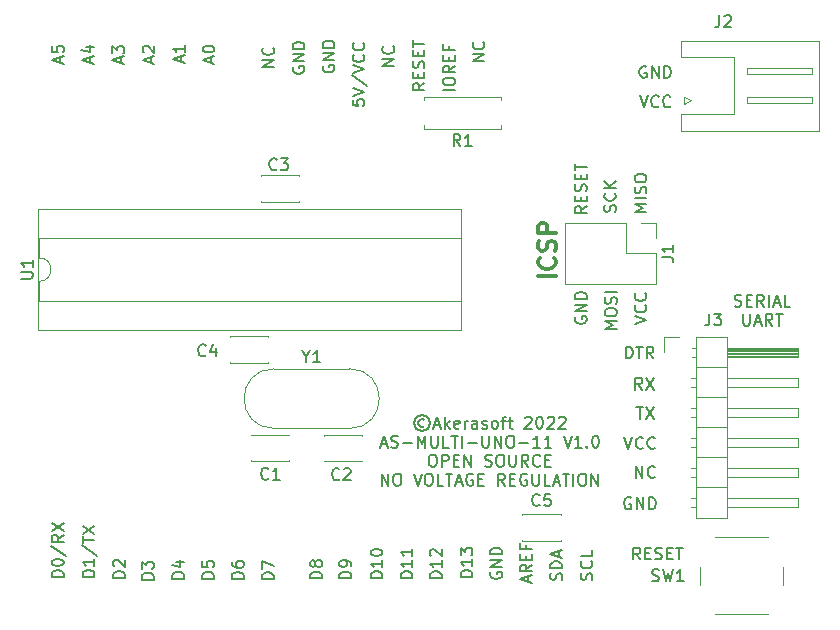
<source format=gbr>
%TF.GenerationSoftware,KiCad,Pcbnew,(6.0.6)*%
%TF.CreationDate,2022-12-23T20:26:56-08:00*%
%TF.ProjectId,AS-MULTI-UNO-11,41532d4d-554c-4544-992d-554e4f2d3131,rev?*%
%TF.SameCoordinates,Original*%
%TF.FileFunction,Legend,Top*%
%TF.FilePolarity,Positive*%
%FSLAX46Y46*%
G04 Gerber Fmt 4.6, Leading zero omitted, Abs format (unit mm)*
G04 Created by KiCad (PCBNEW (6.0.6)) date 2022-12-23 20:26:56*
%MOMM*%
%LPD*%
G01*
G04 APERTURE LIST*
%ADD10C,0.150000*%
%ADD11C,0.300000*%
%ADD12C,0.120000*%
G04 APERTURE END LIST*
D10*
X84926466Y-69980085D02*
X84926466Y-69503895D01*
X85212180Y-70075323D02*
X84212180Y-69741990D01*
X85212180Y-69408657D01*
X84545514Y-68646752D02*
X85212180Y-68646752D01*
X84164561Y-68884847D02*
X84878847Y-69122942D01*
X84878847Y-68503895D01*
X104656000Y-70230904D02*
X104608380Y-70326142D01*
X104608380Y-70469000D01*
X104656000Y-70611857D01*
X104751238Y-70707095D01*
X104846476Y-70754714D01*
X105036952Y-70802333D01*
X105179809Y-70802333D01*
X105370285Y-70754714D01*
X105465523Y-70707095D01*
X105560761Y-70611857D01*
X105608380Y-70469000D01*
X105608380Y-70373761D01*
X105560761Y-70230904D01*
X105513142Y-70183285D01*
X105179809Y-70183285D01*
X105179809Y-70373761D01*
X105608380Y-69754714D02*
X104608380Y-69754714D01*
X105608380Y-69183285D01*
X104608380Y-69183285D01*
X105608380Y-68707095D02*
X104608380Y-68707095D01*
X104608380Y-68469000D01*
X104656000Y-68326142D01*
X104751238Y-68230904D01*
X104846476Y-68183285D01*
X105036952Y-68135666D01*
X105179809Y-68135666D01*
X105370285Y-68183285D01*
X105465523Y-68230904D01*
X105560761Y-68326142D01*
X105608380Y-68469000D01*
X105608380Y-68707095D01*
X117292380Y-113533085D02*
X116292380Y-113533085D01*
X116292380Y-113294990D01*
X116340000Y-113152133D01*
X116435238Y-113056895D01*
X116530476Y-113009276D01*
X116720952Y-112961657D01*
X116863809Y-112961657D01*
X117054285Y-113009276D01*
X117149523Y-113056895D01*
X117244761Y-113152133D01*
X117292380Y-113294990D01*
X117292380Y-113533085D01*
X117292380Y-112009276D02*
X117292380Y-112580704D01*
X117292380Y-112294990D02*
X116292380Y-112294990D01*
X116435238Y-112390228D01*
X116530476Y-112485466D01*
X116578095Y-112580704D01*
X116292380Y-111675942D02*
X116292380Y-111056895D01*
X116673333Y-111390228D01*
X116673333Y-111247371D01*
X116720952Y-111152133D01*
X116768571Y-111104514D01*
X116863809Y-111056895D01*
X117101904Y-111056895D01*
X117197142Y-111104514D01*
X117244761Y-111152133D01*
X117292380Y-111247371D01*
X117292380Y-111533085D01*
X117244761Y-111628323D01*
X117197142Y-111675942D01*
X124839361Y-113787085D02*
X124886980Y-113644228D01*
X124886980Y-113406133D01*
X124839361Y-113310895D01*
X124791742Y-113263276D01*
X124696504Y-113215657D01*
X124601266Y-113215657D01*
X124506028Y-113263276D01*
X124458409Y-113310895D01*
X124410790Y-113406133D01*
X124363171Y-113596609D01*
X124315552Y-113691847D01*
X124267933Y-113739466D01*
X124172695Y-113787085D01*
X124077457Y-113787085D01*
X123982219Y-113739466D01*
X123934600Y-113691847D01*
X123886980Y-113596609D01*
X123886980Y-113358514D01*
X123934600Y-113215657D01*
X124886980Y-112787085D02*
X123886980Y-112787085D01*
X123886980Y-112548990D01*
X123934600Y-112406133D01*
X124029838Y-112310895D01*
X124125076Y-112263276D01*
X124315552Y-112215657D01*
X124458409Y-112215657D01*
X124648885Y-112263276D01*
X124744123Y-112310895D01*
X124839361Y-112406133D01*
X124886980Y-112548990D01*
X124886980Y-112787085D01*
X124601266Y-111834704D02*
X124601266Y-111358514D01*
X124886980Y-111929942D02*
X123886980Y-111596609D01*
X124886980Y-111263276D01*
X126969780Y-82148180D02*
X126493590Y-82481514D01*
X126969780Y-82719609D02*
X125969780Y-82719609D01*
X125969780Y-82338657D01*
X126017400Y-82243419D01*
X126065019Y-82195800D01*
X126160257Y-82148180D01*
X126303114Y-82148180D01*
X126398352Y-82195800D01*
X126445971Y-82243419D01*
X126493590Y-82338657D01*
X126493590Y-82719609D01*
X126445971Y-81719609D02*
X126445971Y-81386276D01*
X126969780Y-81243419D02*
X126969780Y-81719609D01*
X125969780Y-81719609D01*
X125969780Y-81243419D01*
X126922161Y-80862466D02*
X126969780Y-80719609D01*
X126969780Y-80481514D01*
X126922161Y-80386276D01*
X126874542Y-80338657D01*
X126779304Y-80291038D01*
X126684066Y-80291038D01*
X126588828Y-80338657D01*
X126541209Y-80386276D01*
X126493590Y-80481514D01*
X126445971Y-80671990D01*
X126398352Y-80767228D01*
X126350733Y-80814847D01*
X126255495Y-80862466D01*
X126160257Y-80862466D01*
X126065019Y-80814847D01*
X126017400Y-80767228D01*
X125969780Y-80671990D01*
X125969780Y-80433895D01*
X126017400Y-80291038D01*
X126445971Y-79862466D02*
X126445971Y-79529133D01*
X126969780Y-79386276D02*
X126969780Y-79862466D01*
X125969780Y-79862466D01*
X125969780Y-79386276D01*
X125969780Y-79100561D02*
X125969780Y-78529133D01*
X126969780Y-78814847D02*
X125969780Y-78814847D01*
X122035866Y-113963247D02*
X122035866Y-113487057D01*
X122321580Y-114058485D02*
X121321580Y-113725152D01*
X122321580Y-113391819D01*
X122321580Y-112487057D02*
X121845390Y-112820390D01*
X122321580Y-113058485D02*
X121321580Y-113058485D01*
X121321580Y-112677533D01*
X121369200Y-112582295D01*
X121416819Y-112534676D01*
X121512057Y-112487057D01*
X121654914Y-112487057D01*
X121750152Y-112534676D01*
X121797771Y-112582295D01*
X121845390Y-112677533D01*
X121845390Y-113058485D01*
X121797771Y-112058485D02*
X121797771Y-111725152D01*
X122321580Y-111582295D02*
X122321580Y-112058485D01*
X121321580Y-112058485D01*
X121321580Y-111582295D01*
X121797771Y-110820390D02*
X121797771Y-111153723D01*
X122321580Y-111153723D02*
X121321580Y-111153723D01*
X121321580Y-110677533D01*
X90292180Y-113742695D02*
X89292180Y-113742695D01*
X89292180Y-113504600D01*
X89339800Y-113361742D01*
X89435038Y-113266504D01*
X89530276Y-113218885D01*
X89720752Y-113171266D01*
X89863609Y-113171266D01*
X90054085Y-113218885D01*
X90149323Y-113266504D01*
X90244561Y-113361742D01*
X90292180Y-113504600D01*
X90292180Y-113742695D01*
X89292180Y-112837933D02*
X89292180Y-112218885D01*
X89673133Y-112552219D01*
X89673133Y-112409361D01*
X89720752Y-112314123D01*
X89768371Y-112266504D01*
X89863609Y-112218885D01*
X90101704Y-112218885D01*
X90196942Y-112266504D01*
X90244561Y-112314123D01*
X90292180Y-112409361D01*
X90292180Y-112695076D01*
X90244561Y-112790314D01*
X90196942Y-112837933D01*
X131659333Y-97658180D02*
X131326000Y-97181990D01*
X131087904Y-97658180D02*
X131087904Y-96658180D01*
X131468857Y-96658180D01*
X131564095Y-96705800D01*
X131611714Y-96753419D01*
X131659333Y-96848657D01*
X131659333Y-96991514D01*
X131611714Y-97086752D01*
X131564095Y-97134371D01*
X131468857Y-97181990D01*
X131087904Y-97181990D01*
X131992666Y-96658180D02*
X132659333Y-97658180D01*
X132659333Y-96658180D02*
X131992666Y-97658180D01*
X114676180Y-113634685D02*
X113676180Y-113634685D01*
X113676180Y-113396590D01*
X113723800Y-113253733D01*
X113819038Y-113158495D01*
X113914276Y-113110876D01*
X114104752Y-113063257D01*
X114247609Y-113063257D01*
X114438085Y-113110876D01*
X114533323Y-113158495D01*
X114628561Y-113253733D01*
X114676180Y-113396590D01*
X114676180Y-113634685D01*
X114676180Y-112110876D02*
X114676180Y-112682304D01*
X114676180Y-112396590D02*
X113676180Y-112396590D01*
X113819038Y-112491828D01*
X113914276Y-112587066D01*
X113961895Y-112682304D01*
X113771419Y-111729923D02*
X113723800Y-111682304D01*
X113676180Y-111587066D01*
X113676180Y-111348971D01*
X113723800Y-111253733D01*
X113771419Y-111206114D01*
X113866657Y-111158495D01*
X113961895Y-111158495D01*
X114104752Y-111206114D01*
X114676180Y-111777542D01*
X114676180Y-111158495D01*
X132003895Y-70315200D02*
X131908657Y-70267580D01*
X131765800Y-70267580D01*
X131622942Y-70315200D01*
X131527704Y-70410438D01*
X131480085Y-70505676D01*
X131432466Y-70696152D01*
X131432466Y-70839009D01*
X131480085Y-71029485D01*
X131527704Y-71124723D01*
X131622942Y-71219961D01*
X131765800Y-71267580D01*
X131861038Y-71267580D01*
X132003895Y-71219961D01*
X132051514Y-71172342D01*
X132051514Y-70839009D01*
X131861038Y-70839009D01*
X132480085Y-71267580D02*
X132480085Y-70267580D01*
X133051514Y-71267580D01*
X133051514Y-70267580D01*
X133527704Y-71267580D02*
X133527704Y-70267580D01*
X133765800Y-70267580D01*
X133908657Y-70315200D01*
X134003895Y-70410438D01*
X134051514Y-70505676D01*
X134099133Y-70696152D01*
X134099133Y-70839009D01*
X134051514Y-71029485D01*
X134003895Y-71124723D01*
X133908657Y-71219961D01*
X133765800Y-71267580D01*
X133527704Y-71267580D01*
X130708495Y-106840400D02*
X130613257Y-106792780D01*
X130470400Y-106792780D01*
X130327542Y-106840400D01*
X130232304Y-106935638D01*
X130184685Y-107030876D01*
X130137066Y-107221352D01*
X130137066Y-107364209D01*
X130184685Y-107554685D01*
X130232304Y-107649923D01*
X130327542Y-107745161D01*
X130470400Y-107792780D01*
X130565638Y-107792780D01*
X130708495Y-107745161D01*
X130756114Y-107697542D01*
X130756114Y-107364209D01*
X130565638Y-107364209D01*
X131184685Y-107792780D02*
X131184685Y-106792780D01*
X131756114Y-107792780D01*
X131756114Y-106792780D01*
X132232304Y-107792780D02*
X132232304Y-106792780D01*
X132470400Y-106792780D01*
X132613257Y-106840400D01*
X132708495Y-106935638D01*
X132756114Y-107030876D01*
X132803733Y-107221352D01*
X132803733Y-107364209D01*
X132756114Y-107554685D01*
X132708495Y-107649923D01*
X132613257Y-107745161D01*
X132470400Y-107792780D01*
X132232304Y-107792780D01*
X104566980Y-113641095D02*
X103566980Y-113641095D01*
X103566980Y-113403000D01*
X103614600Y-113260142D01*
X103709838Y-113164904D01*
X103805076Y-113117285D01*
X103995552Y-113069666D01*
X104138409Y-113069666D01*
X104328885Y-113117285D01*
X104424123Y-113164904D01*
X104519361Y-113260142D01*
X104566980Y-113403000D01*
X104566980Y-113641095D01*
X103995552Y-112498238D02*
X103947933Y-112593476D01*
X103900314Y-112641095D01*
X103805076Y-112688714D01*
X103757457Y-112688714D01*
X103662219Y-112641095D01*
X103614600Y-112593476D01*
X103566980Y-112498238D01*
X103566980Y-112307761D01*
X103614600Y-112212523D01*
X103662219Y-112164904D01*
X103757457Y-112117285D01*
X103805076Y-112117285D01*
X103900314Y-112164904D01*
X103947933Y-112212523D01*
X103995552Y-112307761D01*
X103995552Y-112498238D01*
X104043171Y-112593476D01*
X104090790Y-112641095D01*
X104186028Y-112688714D01*
X104376504Y-112688714D01*
X104471742Y-112641095D01*
X104519361Y-112593476D01*
X104566980Y-112498238D01*
X104566980Y-112307761D01*
X104519361Y-112212523D01*
X104471742Y-112164904D01*
X104376504Y-112117285D01*
X104186028Y-112117285D01*
X104090790Y-112164904D01*
X104043171Y-112212523D01*
X103995552Y-112307761D01*
X109672380Y-113634685D02*
X108672380Y-113634685D01*
X108672380Y-113396590D01*
X108720000Y-113253733D01*
X108815238Y-113158495D01*
X108910476Y-113110876D01*
X109100952Y-113063257D01*
X109243809Y-113063257D01*
X109434285Y-113110876D01*
X109529523Y-113158495D01*
X109624761Y-113253733D01*
X109672380Y-113396590D01*
X109672380Y-113634685D01*
X109672380Y-112110876D02*
X109672380Y-112682304D01*
X109672380Y-112396590D02*
X108672380Y-112396590D01*
X108815238Y-112491828D01*
X108910476Y-112587066D01*
X108958095Y-112682304D01*
X108672380Y-111491828D02*
X108672380Y-111396590D01*
X108720000Y-111301352D01*
X108767619Y-111253733D01*
X108862857Y-111206114D01*
X109053333Y-111158495D01*
X109291428Y-111158495D01*
X109481904Y-111206114D01*
X109577142Y-111253733D01*
X109624761Y-111301352D01*
X109672380Y-111396590D01*
X109672380Y-111491828D01*
X109624761Y-111587066D01*
X109577142Y-111634685D01*
X109481904Y-111682304D01*
X109291428Y-111729923D01*
X109053333Y-111729923D01*
X108862857Y-111682304D01*
X108767619Y-111634685D01*
X108720000Y-111587066D01*
X108672380Y-111491828D01*
X92648066Y-69929285D02*
X92648066Y-69453095D01*
X92933780Y-70024523D02*
X91933780Y-69691190D01*
X92933780Y-69357857D01*
X92933780Y-68500714D02*
X92933780Y-69072142D01*
X92933780Y-68786428D02*
X91933780Y-68786428D01*
X92076638Y-68881666D01*
X92171876Y-68976904D01*
X92219495Y-69072142D01*
X131116485Y-105151180D02*
X131116485Y-104151180D01*
X131687914Y-105151180D01*
X131687914Y-104151180D01*
X132735533Y-105055942D02*
X132687914Y-105103561D01*
X132545057Y-105151180D01*
X132449819Y-105151180D01*
X132306961Y-105103561D01*
X132211723Y-105008323D01*
X132164104Y-104913085D01*
X132116485Y-104722609D01*
X132116485Y-104579752D01*
X132164104Y-104389276D01*
X132211723Y-104294038D01*
X132306961Y-104198800D01*
X132449819Y-104151180D01*
X132545057Y-104151180D01*
X132687914Y-104198800D01*
X132735533Y-104246419D01*
X107030780Y-113641095D02*
X106030780Y-113641095D01*
X106030780Y-113403000D01*
X106078400Y-113260142D01*
X106173638Y-113164904D01*
X106268876Y-113117285D01*
X106459352Y-113069666D01*
X106602209Y-113069666D01*
X106792685Y-113117285D01*
X106887923Y-113164904D01*
X106983161Y-113260142D01*
X107030780Y-113403000D01*
X107030780Y-113641095D01*
X107030780Y-112593476D02*
X107030780Y-112403000D01*
X106983161Y-112307761D01*
X106935542Y-112260142D01*
X106792685Y-112164904D01*
X106602209Y-112117285D01*
X106221257Y-112117285D01*
X106126019Y-112164904D01*
X106078400Y-112212523D01*
X106030780Y-112307761D01*
X106030780Y-112498238D01*
X106078400Y-112593476D01*
X106126019Y-112641095D01*
X106221257Y-112688714D01*
X106459352Y-112688714D01*
X106554590Y-112641095D01*
X106602209Y-112593476D01*
X106649828Y-112498238D01*
X106649828Y-112307761D01*
X106602209Y-112212523D01*
X106554590Y-112164904D01*
X106459352Y-112117285D01*
X115819180Y-72338961D02*
X114819180Y-72338961D01*
X114819180Y-71672295D02*
X114819180Y-71481819D01*
X114866800Y-71386580D01*
X114962038Y-71291342D01*
X115152514Y-71243723D01*
X115485847Y-71243723D01*
X115676323Y-71291342D01*
X115771561Y-71386580D01*
X115819180Y-71481819D01*
X115819180Y-71672295D01*
X115771561Y-71767533D01*
X115676323Y-71862771D01*
X115485847Y-71910390D01*
X115152514Y-71910390D01*
X114962038Y-71862771D01*
X114866800Y-71767533D01*
X114819180Y-71672295D01*
X115819180Y-70243723D02*
X115342990Y-70577057D01*
X115819180Y-70815152D02*
X114819180Y-70815152D01*
X114819180Y-70434200D01*
X114866800Y-70338961D01*
X114914419Y-70291342D01*
X115009657Y-70243723D01*
X115152514Y-70243723D01*
X115247752Y-70291342D01*
X115295371Y-70338961D01*
X115342990Y-70434200D01*
X115342990Y-70815152D01*
X115295371Y-69815152D02*
X115295371Y-69481819D01*
X115819180Y-69338961D02*
X115819180Y-69815152D01*
X114819180Y-69815152D01*
X114819180Y-69338961D01*
X115295371Y-68577057D02*
X115295371Y-68910390D01*
X115819180Y-68910390D02*
X114819180Y-68910390D01*
X114819180Y-68434200D01*
X107148380Y-73110457D02*
X107148380Y-73586647D01*
X107624571Y-73634266D01*
X107576952Y-73586647D01*
X107529333Y-73491409D01*
X107529333Y-73253314D01*
X107576952Y-73158076D01*
X107624571Y-73110457D01*
X107719809Y-73062838D01*
X107957904Y-73062838D01*
X108053142Y-73110457D01*
X108100761Y-73158076D01*
X108148380Y-73253314D01*
X108148380Y-73491409D01*
X108100761Y-73586647D01*
X108053142Y-73634266D01*
X107148380Y-72777123D02*
X108148380Y-72443790D01*
X107148380Y-72110457D01*
X107100761Y-71062838D02*
X108386476Y-71919980D01*
X107148380Y-70872361D02*
X108148380Y-70539028D01*
X107148380Y-70205695D01*
X108053142Y-69300933D02*
X108100761Y-69348552D01*
X108148380Y-69491409D01*
X108148380Y-69586647D01*
X108100761Y-69729504D01*
X108005523Y-69824742D01*
X107910285Y-69872361D01*
X107719809Y-69919980D01*
X107576952Y-69919980D01*
X107386476Y-69872361D01*
X107291238Y-69824742D01*
X107196000Y-69729504D01*
X107148380Y-69586647D01*
X107148380Y-69491409D01*
X107196000Y-69348552D01*
X107243619Y-69300933D01*
X108053142Y-68300933D02*
X108100761Y-68348552D01*
X108148380Y-68491409D01*
X108148380Y-68586647D01*
X108100761Y-68729504D01*
X108005523Y-68824742D01*
X107910285Y-68872361D01*
X107719809Y-68919980D01*
X107576952Y-68919980D01*
X107386476Y-68872361D01*
X107291238Y-68824742D01*
X107196000Y-68729504D01*
X107148380Y-68586647D01*
X107148380Y-68491409D01*
X107196000Y-68348552D01*
X107243619Y-68300933D01*
X130276742Y-95016580D02*
X130276742Y-94016580D01*
X130514838Y-94016580D01*
X130657695Y-94064200D01*
X130752933Y-94159438D01*
X130800552Y-94254676D01*
X130848171Y-94445152D01*
X130848171Y-94588009D01*
X130800552Y-94778485D01*
X130752933Y-94873723D01*
X130657695Y-94968961D01*
X130514838Y-95016580D01*
X130276742Y-95016580D01*
X131133885Y-94016580D02*
X131705314Y-94016580D01*
X131419600Y-95016580D02*
X131419600Y-94016580D01*
X132610076Y-95016580D02*
X132276742Y-94540390D01*
X132038647Y-95016580D02*
X132038647Y-94016580D01*
X132419600Y-94016580D01*
X132514838Y-94064200D01*
X132562457Y-94111819D01*
X132610076Y-94207057D01*
X132610076Y-94349914D01*
X132562457Y-94445152D01*
X132514838Y-94492771D01*
X132419600Y-94540390D01*
X132038647Y-94540390D01*
X131483266Y-72756780D02*
X131816600Y-73756780D01*
X132149933Y-72756780D01*
X133054695Y-73661542D02*
X133007076Y-73709161D01*
X132864219Y-73756780D01*
X132768980Y-73756780D01*
X132626123Y-73709161D01*
X132530885Y-73613923D01*
X132483266Y-73518685D01*
X132435647Y-73328209D01*
X132435647Y-73185352D01*
X132483266Y-72994876D01*
X132530885Y-72899638D01*
X132626123Y-72804400D01*
X132768980Y-72756780D01*
X132864219Y-72756780D01*
X133007076Y-72804400D01*
X133054695Y-72852019D01*
X134054695Y-73661542D02*
X134007076Y-73709161D01*
X133864219Y-73756780D01*
X133768980Y-73756780D01*
X133626123Y-73709161D01*
X133530885Y-73613923D01*
X133483266Y-73518685D01*
X133435647Y-73328209D01*
X133435647Y-73185352D01*
X133483266Y-72994876D01*
X133530885Y-72899638D01*
X133626123Y-72804400D01*
X133768980Y-72756780D01*
X133864219Y-72756780D01*
X134007076Y-72804400D01*
X134054695Y-72852019D01*
X127404761Y-113763276D02*
X127452380Y-113620419D01*
X127452380Y-113382323D01*
X127404761Y-113287085D01*
X127357142Y-113239466D01*
X127261904Y-113191847D01*
X127166666Y-113191847D01*
X127071428Y-113239466D01*
X127023809Y-113287085D01*
X126976190Y-113382323D01*
X126928571Y-113572800D01*
X126880952Y-113668038D01*
X126833333Y-113715657D01*
X126738095Y-113763276D01*
X126642857Y-113763276D01*
X126547619Y-113715657D01*
X126500000Y-113668038D01*
X126452380Y-113572800D01*
X126452380Y-113334704D01*
X126500000Y-113191847D01*
X127357142Y-112191847D02*
X127404761Y-112239466D01*
X127452380Y-112382323D01*
X127452380Y-112477561D01*
X127404761Y-112620419D01*
X127309523Y-112715657D01*
X127214285Y-112763276D01*
X127023809Y-112810895D01*
X126880952Y-112810895D01*
X126690476Y-112763276D01*
X126595238Y-112715657D01*
X126500000Y-112620419D01*
X126452380Y-112477561D01*
X126452380Y-112382323D01*
X126500000Y-112239466D01*
X126547619Y-112191847D01*
X127452380Y-111287085D02*
X127452380Y-111763276D01*
X126452380Y-111763276D01*
X92882980Y-113666495D02*
X91882980Y-113666495D01*
X91882980Y-113428400D01*
X91930600Y-113285542D01*
X92025838Y-113190304D01*
X92121076Y-113142685D01*
X92311552Y-113095066D01*
X92454409Y-113095066D01*
X92644885Y-113142685D01*
X92740123Y-113190304D01*
X92835361Y-113285542D01*
X92882980Y-113428400D01*
X92882980Y-113666495D01*
X92216314Y-112237923D02*
X92882980Y-112237923D01*
X91835361Y-112476019D02*
X92549647Y-112714114D01*
X92549647Y-112095066D01*
X129385961Y-82616514D02*
X129433580Y-82473657D01*
X129433580Y-82235561D01*
X129385961Y-82140323D01*
X129338342Y-82092704D01*
X129243104Y-82045085D01*
X129147866Y-82045085D01*
X129052628Y-82092704D01*
X129005009Y-82140323D01*
X128957390Y-82235561D01*
X128909771Y-82426038D01*
X128862152Y-82521276D01*
X128814533Y-82568895D01*
X128719295Y-82616514D01*
X128624057Y-82616514D01*
X128528819Y-82568895D01*
X128481200Y-82521276D01*
X128433580Y-82426038D01*
X128433580Y-82187942D01*
X128481200Y-82045085D01*
X129338342Y-81045085D02*
X129385961Y-81092704D01*
X129433580Y-81235561D01*
X129433580Y-81330800D01*
X129385961Y-81473657D01*
X129290723Y-81568895D01*
X129195485Y-81616514D01*
X129005009Y-81664133D01*
X128862152Y-81664133D01*
X128671676Y-81616514D01*
X128576438Y-81568895D01*
X128481200Y-81473657D01*
X128433580Y-81330800D01*
X128433580Y-81235561D01*
X128481200Y-81092704D01*
X128528819Y-81045085D01*
X129433580Y-80616514D02*
X128433580Y-80616514D01*
X129433580Y-80045085D02*
X128862152Y-80473657D01*
X128433580Y-80045085D02*
X129005009Y-80616514D01*
X113222780Y-100196276D02*
X113127542Y-100148657D01*
X112937066Y-100148657D01*
X112841828Y-100196276D01*
X112746590Y-100291514D01*
X112698971Y-100386752D01*
X112698971Y-100577228D01*
X112746590Y-100672466D01*
X112841828Y-100767704D01*
X112937066Y-100815323D01*
X113127542Y-100815323D01*
X113222780Y-100767704D01*
X113032304Y-99815323D02*
X112794209Y-99862942D01*
X112556114Y-100005800D01*
X112413257Y-100243895D01*
X112365638Y-100481990D01*
X112413257Y-100720085D01*
X112556114Y-100958180D01*
X112794209Y-101101038D01*
X113032304Y-101148657D01*
X113270400Y-101101038D01*
X113508495Y-100958180D01*
X113651352Y-100720085D01*
X113698971Y-100481990D01*
X113651352Y-100243895D01*
X113508495Y-100005800D01*
X113270400Y-99862942D01*
X113032304Y-99815323D01*
X114079923Y-100672466D02*
X114556114Y-100672466D01*
X113984685Y-100958180D02*
X114318019Y-99958180D01*
X114651352Y-100958180D01*
X114984685Y-100958180D02*
X114984685Y-99958180D01*
X115079923Y-100577228D02*
X115365638Y-100958180D01*
X115365638Y-100291514D02*
X114984685Y-100672466D01*
X116175161Y-100910561D02*
X116079923Y-100958180D01*
X115889447Y-100958180D01*
X115794209Y-100910561D01*
X115746590Y-100815323D01*
X115746590Y-100434371D01*
X115794209Y-100339133D01*
X115889447Y-100291514D01*
X116079923Y-100291514D01*
X116175161Y-100339133D01*
X116222780Y-100434371D01*
X116222780Y-100529609D01*
X115746590Y-100624847D01*
X116651352Y-100958180D02*
X116651352Y-100291514D01*
X116651352Y-100481990D02*
X116698971Y-100386752D01*
X116746590Y-100339133D01*
X116841828Y-100291514D01*
X116937066Y-100291514D01*
X117698971Y-100958180D02*
X117698971Y-100434371D01*
X117651352Y-100339133D01*
X117556114Y-100291514D01*
X117365638Y-100291514D01*
X117270400Y-100339133D01*
X117698971Y-100910561D02*
X117603733Y-100958180D01*
X117365638Y-100958180D01*
X117270400Y-100910561D01*
X117222780Y-100815323D01*
X117222780Y-100720085D01*
X117270400Y-100624847D01*
X117365638Y-100577228D01*
X117603733Y-100577228D01*
X117698971Y-100529609D01*
X118127542Y-100910561D02*
X118222780Y-100958180D01*
X118413257Y-100958180D01*
X118508495Y-100910561D01*
X118556114Y-100815323D01*
X118556114Y-100767704D01*
X118508495Y-100672466D01*
X118413257Y-100624847D01*
X118270400Y-100624847D01*
X118175161Y-100577228D01*
X118127542Y-100481990D01*
X118127542Y-100434371D01*
X118175161Y-100339133D01*
X118270400Y-100291514D01*
X118413257Y-100291514D01*
X118508495Y-100339133D01*
X119127542Y-100958180D02*
X119032304Y-100910561D01*
X118984685Y-100862942D01*
X118937066Y-100767704D01*
X118937066Y-100481990D01*
X118984685Y-100386752D01*
X119032304Y-100339133D01*
X119127542Y-100291514D01*
X119270400Y-100291514D01*
X119365638Y-100339133D01*
X119413257Y-100386752D01*
X119460876Y-100481990D01*
X119460876Y-100767704D01*
X119413257Y-100862942D01*
X119365638Y-100910561D01*
X119270400Y-100958180D01*
X119127542Y-100958180D01*
X119746590Y-100291514D02*
X120127542Y-100291514D01*
X119889447Y-100958180D02*
X119889447Y-100101038D01*
X119937066Y-100005800D01*
X120032304Y-99958180D01*
X120127542Y-99958180D01*
X120318019Y-100291514D02*
X120698971Y-100291514D01*
X120460876Y-99958180D02*
X120460876Y-100815323D01*
X120508495Y-100910561D01*
X120603733Y-100958180D01*
X120698971Y-100958180D01*
X121746590Y-100053419D02*
X121794209Y-100005800D01*
X121889447Y-99958180D01*
X122127542Y-99958180D01*
X122222780Y-100005800D01*
X122270400Y-100053419D01*
X122318019Y-100148657D01*
X122318019Y-100243895D01*
X122270400Y-100386752D01*
X121698971Y-100958180D01*
X122318019Y-100958180D01*
X122937066Y-99958180D02*
X123032304Y-99958180D01*
X123127542Y-100005800D01*
X123175161Y-100053419D01*
X123222780Y-100148657D01*
X123270400Y-100339133D01*
X123270400Y-100577228D01*
X123222780Y-100767704D01*
X123175161Y-100862942D01*
X123127542Y-100910561D01*
X123032304Y-100958180D01*
X122937066Y-100958180D01*
X122841828Y-100910561D01*
X122794209Y-100862942D01*
X122746590Y-100767704D01*
X122698971Y-100577228D01*
X122698971Y-100339133D01*
X122746590Y-100148657D01*
X122794209Y-100053419D01*
X122841828Y-100005800D01*
X122937066Y-99958180D01*
X123651352Y-100053419D02*
X123698971Y-100005800D01*
X123794209Y-99958180D01*
X124032304Y-99958180D01*
X124127542Y-100005800D01*
X124175161Y-100053419D01*
X124222780Y-100148657D01*
X124222780Y-100243895D01*
X124175161Y-100386752D01*
X123603733Y-100958180D01*
X124222780Y-100958180D01*
X124603733Y-100053419D02*
X124651352Y-100005800D01*
X124746590Y-99958180D01*
X124984685Y-99958180D01*
X125079923Y-100005800D01*
X125127542Y-100053419D01*
X125175161Y-100148657D01*
X125175161Y-100243895D01*
X125127542Y-100386752D01*
X124556114Y-100958180D01*
X125175161Y-100958180D01*
X109556114Y-102282466D02*
X110032304Y-102282466D01*
X109460876Y-102568180D02*
X109794209Y-101568180D01*
X110127542Y-102568180D01*
X110413257Y-102520561D02*
X110556114Y-102568180D01*
X110794209Y-102568180D01*
X110889447Y-102520561D01*
X110937066Y-102472942D01*
X110984685Y-102377704D01*
X110984685Y-102282466D01*
X110937066Y-102187228D01*
X110889447Y-102139609D01*
X110794209Y-102091990D01*
X110603733Y-102044371D01*
X110508495Y-101996752D01*
X110460876Y-101949133D01*
X110413257Y-101853895D01*
X110413257Y-101758657D01*
X110460876Y-101663419D01*
X110508495Y-101615800D01*
X110603733Y-101568180D01*
X110841828Y-101568180D01*
X110984685Y-101615800D01*
X111413257Y-102187228D02*
X112175161Y-102187228D01*
X112651352Y-102568180D02*
X112651352Y-101568180D01*
X112984685Y-102282466D01*
X113318019Y-101568180D01*
X113318019Y-102568180D01*
X113794209Y-101568180D02*
X113794209Y-102377704D01*
X113841828Y-102472942D01*
X113889447Y-102520561D01*
X113984685Y-102568180D01*
X114175161Y-102568180D01*
X114270400Y-102520561D01*
X114318019Y-102472942D01*
X114365638Y-102377704D01*
X114365638Y-101568180D01*
X115318019Y-102568180D02*
X114841828Y-102568180D01*
X114841828Y-101568180D01*
X115508495Y-101568180D02*
X116079923Y-101568180D01*
X115794209Y-102568180D02*
X115794209Y-101568180D01*
X116413257Y-102568180D02*
X116413257Y-101568180D01*
X116889447Y-102187228D02*
X117651352Y-102187228D01*
X118127542Y-101568180D02*
X118127542Y-102377704D01*
X118175161Y-102472942D01*
X118222780Y-102520561D01*
X118318019Y-102568180D01*
X118508495Y-102568180D01*
X118603733Y-102520561D01*
X118651352Y-102472942D01*
X118698971Y-102377704D01*
X118698971Y-101568180D01*
X119175161Y-102568180D02*
X119175161Y-101568180D01*
X119746590Y-102568180D01*
X119746590Y-101568180D01*
X120413257Y-101568180D02*
X120603733Y-101568180D01*
X120698971Y-101615800D01*
X120794209Y-101711038D01*
X120841828Y-101901514D01*
X120841828Y-102234847D01*
X120794209Y-102425323D01*
X120698971Y-102520561D01*
X120603733Y-102568180D01*
X120413257Y-102568180D01*
X120318019Y-102520561D01*
X120222780Y-102425323D01*
X120175161Y-102234847D01*
X120175161Y-101901514D01*
X120222780Y-101711038D01*
X120318019Y-101615800D01*
X120413257Y-101568180D01*
X121270400Y-102187228D02*
X122032304Y-102187228D01*
X123032304Y-102568180D02*
X122460876Y-102568180D01*
X122746590Y-102568180D02*
X122746590Y-101568180D01*
X122651352Y-101711038D01*
X122556114Y-101806276D01*
X122460876Y-101853895D01*
X123984685Y-102568180D02*
X123413257Y-102568180D01*
X123698971Y-102568180D02*
X123698971Y-101568180D01*
X123603733Y-101711038D01*
X123508495Y-101806276D01*
X123413257Y-101853895D01*
X125032304Y-101568180D02*
X125365638Y-102568180D01*
X125698971Y-101568180D01*
X126556114Y-102568180D02*
X125984685Y-102568180D01*
X126270399Y-102568180D02*
X126270399Y-101568180D01*
X126175161Y-101711038D01*
X126079923Y-101806276D01*
X125984685Y-101853895D01*
X126984685Y-102472942D02*
X127032304Y-102520561D01*
X126984685Y-102568180D01*
X126937066Y-102520561D01*
X126984685Y-102472942D01*
X126984685Y-102568180D01*
X127651352Y-101568180D02*
X127746590Y-101568180D01*
X127841828Y-101615800D01*
X127889447Y-101663419D01*
X127937066Y-101758657D01*
X127984685Y-101949133D01*
X127984685Y-102187228D01*
X127937066Y-102377704D01*
X127889447Y-102472942D01*
X127841828Y-102520561D01*
X127746590Y-102568180D01*
X127651352Y-102568180D01*
X127556114Y-102520561D01*
X127508495Y-102472942D01*
X127460876Y-102377704D01*
X127413257Y-102187228D01*
X127413257Y-101949133D01*
X127460876Y-101758657D01*
X127508495Y-101663419D01*
X127556114Y-101615800D01*
X127651352Y-101568180D01*
X113841828Y-103178180D02*
X114032304Y-103178180D01*
X114127542Y-103225800D01*
X114222780Y-103321038D01*
X114270400Y-103511514D01*
X114270400Y-103844847D01*
X114222780Y-104035323D01*
X114127542Y-104130561D01*
X114032304Y-104178180D01*
X113841828Y-104178180D01*
X113746590Y-104130561D01*
X113651352Y-104035323D01*
X113603733Y-103844847D01*
X113603733Y-103511514D01*
X113651352Y-103321038D01*
X113746590Y-103225800D01*
X113841828Y-103178180D01*
X114698971Y-104178180D02*
X114698971Y-103178180D01*
X115079923Y-103178180D01*
X115175161Y-103225800D01*
X115222780Y-103273419D01*
X115270400Y-103368657D01*
X115270400Y-103511514D01*
X115222780Y-103606752D01*
X115175161Y-103654371D01*
X115079923Y-103701990D01*
X114698971Y-103701990D01*
X115698971Y-103654371D02*
X116032304Y-103654371D01*
X116175161Y-104178180D02*
X115698971Y-104178180D01*
X115698971Y-103178180D01*
X116175161Y-103178180D01*
X116603733Y-104178180D02*
X116603733Y-103178180D01*
X117175161Y-104178180D01*
X117175161Y-103178180D01*
X118365638Y-104130561D02*
X118508495Y-104178180D01*
X118746590Y-104178180D01*
X118841828Y-104130561D01*
X118889447Y-104082942D01*
X118937066Y-103987704D01*
X118937066Y-103892466D01*
X118889447Y-103797228D01*
X118841828Y-103749609D01*
X118746590Y-103701990D01*
X118556114Y-103654371D01*
X118460876Y-103606752D01*
X118413257Y-103559133D01*
X118365638Y-103463895D01*
X118365638Y-103368657D01*
X118413257Y-103273419D01*
X118460876Y-103225800D01*
X118556114Y-103178180D01*
X118794209Y-103178180D01*
X118937066Y-103225800D01*
X119556114Y-103178180D02*
X119746590Y-103178180D01*
X119841828Y-103225800D01*
X119937066Y-103321038D01*
X119984685Y-103511514D01*
X119984685Y-103844847D01*
X119937066Y-104035323D01*
X119841828Y-104130561D01*
X119746590Y-104178180D01*
X119556114Y-104178180D01*
X119460876Y-104130561D01*
X119365638Y-104035323D01*
X119318019Y-103844847D01*
X119318019Y-103511514D01*
X119365638Y-103321038D01*
X119460876Y-103225800D01*
X119556114Y-103178180D01*
X120413257Y-103178180D02*
X120413257Y-103987704D01*
X120460876Y-104082942D01*
X120508495Y-104130561D01*
X120603733Y-104178180D01*
X120794209Y-104178180D01*
X120889447Y-104130561D01*
X120937066Y-104082942D01*
X120984685Y-103987704D01*
X120984685Y-103178180D01*
X122032304Y-104178180D02*
X121698971Y-103701990D01*
X121460876Y-104178180D02*
X121460876Y-103178180D01*
X121841828Y-103178180D01*
X121937066Y-103225800D01*
X121984685Y-103273419D01*
X122032304Y-103368657D01*
X122032304Y-103511514D01*
X121984685Y-103606752D01*
X121937066Y-103654371D01*
X121841828Y-103701990D01*
X121460876Y-103701990D01*
X123032304Y-104082942D02*
X122984685Y-104130561D01*
X122841828Y-104178180D01*
X122746590Y-104178180D01*
X122603733Y-104130561D01*
X122508495Y-104035323D01*
X122460876Y-103940085D01*
X122413257Y-103749609D01*
X122413257Y-103606752D01*
X122460876Y-103416276D01*
X122508495Y-103321038D01*
X122603733Y-103225800D01*
X122746590Y-103178180D01*
X122841828Y-103178180D01*
X122984685Y-103225800D01*
X123032304Y-103273419D01*
X123460876Y-103654371D02*
X123794209Y-103654371D01*
X123937066Y-104178180D02*
X123460876Y-104178180D01*
X123460876Y-103178180D01*
X123937066Y-103178180D01*
X109603733Y-105788180D02*
X109603733Y-104788180D01*
X110175161Y-105788180D01*
X110175161Y-104788180D01*
X110841828Y-104788180D02*
X111032304Y-104788180D01*
X111127542Y-104835800D01*
X111222780Y-104931038D01*
X111270400Y-105121514D01*
X111270400Y-105454847D01*
X111222780Y-105645323D01*
X111127542Y-105740561D01*
X111032304Y-105788180D01*
X110841828Y-105788180D01*
X110746590Y-105740561D01*
X110651352Y-105645323D01*
X110603733Y-105454847D01*
X110603733Y-105121514D01*
X110651352Y-104931038D01*
X110746590Y-104835800D01*
X110841828Y-104788180D01*
X112318019Y-104788180D02*
X112651352Y-105788180D01*
X112984685Y-104788180D01*
X113508495Y-104788180D02*
X113698971Y-104788180D01*
X113794209Y-104835800D01*
X113889447Y-104931038D01*
X113937066Y-105121514D01*
X113937066Y-105454847D01*
X113889447Y-105645323D01*
X113794209Y-105740561D01*
X113698971Y-105788180D01*
X113508495Y-105788180D01*
X113413257Y-105740561D01*
X113318019Y-105645323D01*
X113270400Y-105454847D01*
X113270400Y-105121514D01*
X113318019Y-104931038D01*
X113413257Y-104835800D01*
X113508495Y-104788180D01*
X114841828Y-105788180D02*
X114365638Y-105788180D01*
X114365638Y-104788180D01*
X115032304Y-104788180D02*
X115603733Y-104788180D01*
X115318019Y-105788180D02*
X115318019Y-104788180D01*
X115889447Y-105502466D02*
X116365638Y-105502466D01*
X115794209Y-105788180D02*
X116127542Y-104788180D01*
X116460876Y-105788180D01*
X117318019Y-104835800D02*
X117222780Y-104788180D01*
X117079923Y-104788180D01*
X116937066Y-104835800D01*
X116841828Y-104931038D01*
X116794209Y-105026276D01*
X116746590Y-105216752D01*
X116746590Y-105359609D01*
X116794209Y-105550085D01*
X116841828Y-105645323D01*
X116937066Y-105740561D01*
X117079923Y-105788180D01*
X117175161Y-105788180D01*
X117318019Y-105740561D01*
X117365638Y-105692942D01*
X117365638Y-105359609D01*
X117175161Y-105359609D01*
X117794209Y-105264371D02*
X118127542Y-105264371D01*
X118270400Y-105788180D02*
X117794209Y-105788180D01*
X117794209Y-104788180D01*
X118270400Y-104788180D01*
X120032304Y-105788180D02*
X119698971Y-105311990D01*
X119460876Y-105788180D02*
X119460876Y-104788180D01*
X119841828Y-104788180D01*
X119937066Y-104835800D01*
X119984685Y-104883419D01*
X120032304Y-104978657D01*
X120032304Y-105121514D01*
X119984685Y-105216752D01*
X119937066Y-105264371D01*
X119841828Y-105311990D01*
X119460876Y-105311990D01*
X120460876Y-105264371D02*
X120794209Y-105264371D01*
X120937066Y-105788180D02*
X120460876Y-105788180D01*
X120460876Y-104788180D01*
X120937066Y-104788180D01*
X121889447Y-104835800D02*
X121794209Y-104788180D01*
X121651352Y-104788180D01*
X121508495Y-104835800D01*
X121413257Y-104931038D01*
X121365638Y-105026276D01*
X121318019Y-105216752D01*
X121318019Y-105359609D01*
X121365638Y-105550085D01*
X121413257Y-105645323D01*
X121508495Y-105740561D01*
X121651352Y-105788180D01*
X121746590Y-105788180D01*
X121889447Y-105740561D01*
X121937066Y-105692942D01*
X121937066Y-105359609D01*
X121746590Y-105359609D01*
X122365638Y-104788180D02*
X122365638Y-105597704D01*
X122413257Y-105692942D01*
X122460876Y-105740561D01*
X122556114Y-105788180D01*
X122746590Y-105788180D01*
X122841828Y-105740561D01*
X122889447Y-105692942D01*
X122937066Y-105597704D01*
X122937066Y-104788180D01*
X123889447Y-105788180D02*
X123413257Y-105788180D01*
X123413257Y-104788180D01*
X124175161Y-105502466D02*
X124651352Y-105502466D01*
X124079923Y-105788180D02*
X124413257Y-104788180D01*
X124746590Y-105788180D01*
X124937066Y-104788180D02*
X125508495Y-104788180D01*
X125222780Y-105788180D02*
X125222780Y-104788180D01*
X125841828Y-105788180D02*
X125841828Y-104788180D01*
X126508495Y-104788180D02*
X126698971Y-104788180D01*
X126794209Y-104835800D01*
X126889447Y-104931038D01*
X126937066Y-105121514D01*
X126937066Y-105454847D01*
X126889447Y-105645323D01*
X126794209Y-105740561D01*
X126698971Y-105788180D01*
X126508495Y-105788180D01*
X126413257Y-105740561D01*
X126318019Y-105645323D01*
X126270400Y-105454847D01*
X126270400Y-105121514D01*
X126318019Y-104931038D01*
X126413257Y-104835800D01*
X126508495Y-104788180D01*
X127365638Y-105788180D02*
X127365638Y-104788180D01*
X127937066Y-105788180D01*
X127937066Y-104788180D01*
X100452180Y-113717295D02*
X99452180Y-113717295D01*
X99452180Y-113479200D01*
X99499800Y-113336342D01*
X99595038Y-113241104D01*
X99690276Y-113193485D01*
X99880752Y-113145866D01*
X100023609Y-113145866D01*
X100214085Y-113193485D01*
X100309323Y-113241104D01*
X100404561Y-113336342D01*
X100452180Y-113479200D01*
X100452180Y-113717295D01*
X99452180Y-112812533D02*
X99452180Y-112145866D01*
X100452180Y-112574438D01*
X110662980Y-70229314D02*
X109662980Y-70229314D01*
X110662980Y-69657885D01*
X109662980Y-69657885D01*
X110567742Y-68610266D02*
X110615361Y-68657885D01*
X110662980Y-68800742D01*
X110662980Y-68895980D01*
X110615361Y-69038838D01*
X110520123Y-69134076D01*
X110424885Y-69181695D01*
X110234409Y-69229314D01*
X110091552Y-69229314D01*
X109901076Y-69181695D01*
X109805838Y-69134076D01*
X109710600Y-69038838D01*
X109662980Y-68895980D01*
X109662980Y-68800742D01*
X109710600Y-68657885D01*
X109758219Y-68610266D01*
X90082666Y-69980085D02*
X90082666Y-69503895D01*
X90368380Y-70075323D02*
X89368380Y-69741990D01*
X90368380Y-69408657D01*
X89463619Y-69122942D02*
X89416000Y-69075323D01*
X89368380Y-68980085D01*
X89368380Y-68741990D01*
X89416000Y-68646752D01*
X89463619Y-68599133D01*
X89558857Y-68551514D01*
X89654095Y-68551514D01*
X89796952Y-68599133D01*
X90368380Y-69170561D01*
X90368380Y-68551514D01*
X112212380Y-113634685D02*
X111212380Y-113634685D01*
X111212380Y-113396590D01*
X111260000Y-113253733D01*
X111355238Y-113158495D01*
X111450476Y-113110876D01*
X111640952Y-113063257D01*
X111783809Y-113063257D01*
X111974285Y-113110876D01*
X112069523Y-113158495D01*
X112164761Y-113253733D01*
X112212380Y-113396590D01*
X112212380Y-113634685D01*
X112212380Y-112110876D02*
X112212380Y-112682304D01*
X112212380Y-112396590D02*
X111212380Y-112396590D01*
X111355238Y-112491828D01*
X111450476Y-112587066D01*
X111498095Y-112682304D01*
X112212380Y-111158495D02*
X112212380Y-111729923D01*
X112212380Y-111444209D02*
X111212380Y-111444209D01*
X111355238Y-111539447D01*
X111450476Y-111634685D01*
X111498095Y-111729923D01*
X132024380Y-82622828D02*
X131024380Y-82622828D01*
X131738666Y-82289495D01*
X131024380Y-81956161D01*
X132024380Y-81956161D01*
X132024380Y-81479971D02*
X131024380Y-81479971D01*
X131976761Y-81051400D02*
X132024380Y-80908542D01*
X132024380Y-80670447D01*
X131976761Y-80575209D01*
X131929142Y-80527590D01*
X131833904Y-80479971D01*
X131738666Y-80479971D01*
X131643428Y-80527590D01*
X131595809Y-80575209D01*
X131548190Y-80670447D01*
X131500571Y-80860923D01*
X131452952Y-80956161D01*
X131405333Y-81003780D01*
X131310095Y-81051400D01*
X131214857Y-81051400D01*
X131119619Y-81003780D01*
X131072000Y-80956161D01*
X131024380Y-80860923D01*
X131024380Y-80622828D01*
X131072000Y-80479971D01*
X131024380Y-79860923D02*
X131024380Y-79670447D01*
X131072000Y-79575209D01*
X131167238Y-79479971D01*
X131357714Y-79432352D01*
X131691047Y-79432352D01*
X131881523Y-79479971D01*
X131976761Y-79575209D01*
X132024380Y-79670447D01*
X132024380Y-79860923D01*
X131976761Y-79956161D01*
X131881523Y-80051400D01*
X131691047Y-80099019D01*
X131357714Y-80099019D01*
X131167238Y-80051400D01*
X131072000Y-79956161D01*
X131024380Y-79860923D01*
X102116000Y-70332504D02*
X102068380Y-70427742D01*
X102068380Y-70570600D01*
X102116000Y-70713457D01*
X102211238Y-70808695D01*
X102306476Y-70856314D01*
X102496952Y-70903933D01*
X102639809Y-70903933D01*
X102830285Y-70856314D01*
X102925523Y-70808695D01*
X103020761Y-70713457D01*
X103068380Y-70570600D01*
X103068380Y-70475361D01*
X103020761Y-70332504D01*
X102973142Y-70284885D01*
X102639809Y-70284885D01*
X102639809Y-70475361D01*
X103068380Y-69856314D02*
X102068380Y-69856314D01*
X103068380Y-69284885D01*
X102068380Y-69284885D01*
X103068380Y-68808695D02*
X102068380Y-68808695D01*
X102068380Y-68570600D01*
X102116000Y-68427742D01*
X102211238Y-68332504D01*
X102306476Y-68284885D01*
X102496952Y-68237266D01*
X102639809Y-68237266D01*
X102830285Y-68284885D01*
X102925523Y-68332504D01*
X103020761Y-68427742D01*
X103068380Y-68570600D01*
X103068380Y-68808695D01*
X100502980Y-70330914D02*
X99502980Y-70330914D01*
X100502980Y-69759485D01*
X99502980Y-69759485D01*
X100407742Y-68711866D02*
X100455361Y-68759485D01*
X100502980Y-68902342D01*
X100502980Y-68997580D01*
X100455361Y-69140438D01*
X100360123Y-69235676D01*
X100264885Y-69283295D01*
X100074409Y-69330914D01*
X99931552Y-69330914D01*
X99741076Y-69283295D01*
X99645838Y-69235676D01*
X99550600Y-69140438D01*
X99502980Y-68997580D01*
X99502980Y-68902342D01*
X99550600Y-68759485D01*
X99598219Y-68711866D01*
X97912180Y-113691895D02*
X96912180Y-113691895D01*
X96912180Y-113453800D01*
X96959800Y-113310942D01*
X97055038Y-113215704D01*
X97150276Y-113168085D01*
X97340752Y-113120466D01*
X97483609Y-113120466D01*
X97674085Y-113168085D01*
X97769323Y-113215704D01*
X97864561Y-113310942D01*
X97912180Y-113453800D01*
X97912180Y-113691895D01*
X96912180Y-112263323D02*
X96912180Y-112453800D01*
X96959800Y-112549038D01*
X97007419Y-112596657D01*
X97150276Y-112691895D01*
X97340752Y-112739514D01*
X97721704Y-112739514D01*
X97816942Y-112691895D01*
X97864561Y-112644276D01*
X97912180Y-112549038D01*
X97912180Y-112358561D01*
X97864561Y-112263323D01*
X97816942Y-112215704D01*
X97721704Y-112168085D01*
X97483609Y-112168085D01*
X97388371Y-112215704D01*
X97340752Y-112263323D01*
X97293133Y-112358561D01*
X97293133Y-112549038D01*
X97340752Y-112644276D01*
X97388371Y-112691895D01*
X97483609Y-112739514D01*
X87879180Y-113590295D02*
X86879180Y-113590295D01*
X86879180Y-113352200D01*
X86926800Y-113209342D01*
X87022038Y-113114104D01*
X87117276Y-113066485D01*
X87307752Y-113018866D01*
X87450609Y-113018866D01*
X87641085Y-113066485D01*
X87736323Y-113114104D01*
X87831561Y-113209342D01*
X87879180Y-113352200D01*
X87879180Y-113590295D01*
X86974419Y-112637914D02*
X86926800Y-112590295D01*
X86879180Y-112495057D01*
X86879180Y-112256961D01*
X86926800Y-112161723D01*
X86974419Y-112114104D01*
X87069657Y-112066485D01*
X87164895Y-112066485D01*
X87307752Y-112114104D01*
X87879180Y-112685533D01*
X87879180Y-112066485D01*
X113228380Y-71708780D02*
X112752190Y-72042114D01*
X113228380Y-72280209D02*
X112228380Y-72280209D01*
X112228380Y-71899257D01*
X112276000Y-71804019D01*
X112323619Y-71756400D01*
X112418857Y-71708780D01*
X112561714Y-71708780D01*
X112656952Y-71756400D01*
X112704571Y-71804019D01*
X112752190Y-71899257D01*
X112752190Y-72280209D01*
X112704571Y-71280209D02*
X112704571Y-70946876D01*
X113228380Y-70804019D02*
X113228380Y-71280209D01*
X112228380Y-71280209D01*
X112228380Y-70804019D01*
X113180761Y-70423066D02*
X113228380Y-70280209D01*
X113228380Y-70042114D01*
X113180761Y-69946876D01*
X113133142Y-69899257D01*
X113037904Y-69851638D01*
X112942666Y-69851638D01*
X112847428Y-69899257D01*
X112799809Y-69946876D01*
X112752190Y-70042114D01*
X112704571Y-70232590D01*
X112656952Y-70327828D01*
X112609333Y-70375447D01*
X112514095Y-70423066D01*
X112418857Y-70423066D01*
X112323619Y-70375447D01*
X112276000Y-70327828D01*
X112228380Y-70232590D01*
X112228380Y-69994495D01*
X112276000Y-69851638D01*
X112704571Y-69423066D02*
X112704571Y-69089733D01*
X113228380Y-68946876D02*
X113228380Y-69423066D01*
X112228380Y-69423066D01*
X112228380Y-68946876D01*
X112228380Y-68661161D02*
X112228380Y-68089733D01*
X113228380Y-68375447D02*
X112228380Y-68375447D01*
X82411866Y-69980085D02*
X82411866Y-69503895D01*
X82697580Y-70075323D02*
X81697580Y-69741990D01*
X82697580Y-69408657D01*
X81697580Y-68599133D02*
X81697580Y-69075323D01*
X82173771Y-69122942D01*
X82126152Y-69075323D01*
X82078533Y-68980085D01*
X82078533Y-68741990D01*
X82126152Y-68646752D01*
X82173771Y-68599133D01*
X82269009Y-68551514D01*
X82507104Y-68551514D01*
X82602342Y-68599133D01*
X82649961Y-68646752D01*
X82697580Y-68741990D01*
X82697580Y-68980085D01*
X82649961Y-69075323D01*
X82602342Y-69122942D01*
X130162466Y-101687380D02*
X130495800Y-102687380D01*
X130829133Y-101687380D01*
X131733895Y-102592142D02*
X131686276Y-102639761D01*
X131543419Y-102687380D01*
X131448180Y-102687380D01*
X131305323Y-102639761D01*
X131210085Y-102544523D01*
X131162466Y-102449285D01*
X131114847Y-102258809D01*
X131114847Y-102115952D01*
X131162466Y-101925476D01*
X131210085Y-101830238D01*
X131305323Y-101735000D01*
X131448180Y-101687380D01*
X131543419Y-101687380D01*
X131686276Y-101735000D01*
X131733895Y-101782619D01*
X132733895Y-102592142D02*
X132686276Y-102639761D01*
X132543419Y-102687380D01*
X132448180Y-102687380D01*
X132305323Y-102639761D01*
X132210085Y-102544523D01*
X132162466Y-102449285D01*
X132114847Y-102258809D01*
X132114847Y-102115952D01*
X132162466Y-101925476D01*
X132210085Y-101830238D01*
X132305323Y-101735000D01*
X132448180Y-101687380D01*
X132543419Y-101687380D01*
X132686276Y-101735000D01*
X132733895Y-101782619D01*
X85288380Y-113523447D02*
X84288380Y-113523447D01*
X84288380Y-113285352D01*
X84336000Y-113142495D01*
X84431238Y-113047257D01*
X84526476Y-112999638D01*
X84716952Y-112952019D01*
X84859809Y-112952019D01*
X85050285Y-112999638D01*
X85145523Y-113047257D01*
X85240761Y-113142495D01*
X85288380Y-113285352D01*
X85288380Y-113523447D01*
X85288380Y-111999638D02*
X85288380Y-112571066D01*
X85288380Y-112285352D02*
X84288380Y-112285352D01*
X84431238Y-112380590D01*
X84526476Y-112475828D01*
X84574095Y-112571066D01*
X84240761Y-110856780D02*
X85526476Y-111713923D01*
X84288380Y-110666304D02*
X84288380Y-110094876D01*
X85288380Y-110380590D02*
X84288380Y-110380590D01*
X84288380Y-109856780D02*
X85288380Y-109190114D01*
X84288380Y-109190114D02*
X85288380Y-109856780D01*
X118308380Y-69848314D02*
X117308380Y-69848314D01*
X118308380Y-69276885D01*
X117308380Y-69276885D01*
X118213142Y-68229266D02*
X118260761Y-68276885D01*
X118308380Y-68419742D01*
X118308380Y-68514980D01*
X118260761Y-68657838D01*
X118165523Y-68753076D01*
X118070285Y-68800695D01*
X117879809Y-68848314D01*
X117736952Y-68848314D01*
X117546476Y-68800695D01*
X117451238Y-68753076D01*
X117356000Y-68657838D01*
X117308380Y-68514980D01*
X117308380Y-68419742D01*
X117356000Y-68276885D01*
X117403619Y-68229266D01*
X131491219Y-112034580D02*
X131157885Y-111558390D01*
X130919790Y-112034580D02*
X130919790Y-111034580D01*
X131300742Y-111034580D01*
X131395980Y-111082200D01*
X131443600Y-111129819D01*
X131491219Y-111225057D01*
X131491219Y-111367914D01*
X131443600Y-111463152D01*
X131395980Y-111510771D01*
X131300742Y-111558390D01*
X130919790Y-111558390D01*
X131919790Y-111510771D02*
X132253123Y-111510771D01*
X132395980Y-112034580D02*
X131919790Y-112034580D01*
X131919790Y-111034580D01*
X132395980Y-111034580D01*
X132776933Y-111986961D02*
X132919790Y-112034580D01*
X133157885Y-112034580D01*
X133253123Y-111986961D01*
X133300742Y-111939342D01*
X133348361Y-111844104D01*
X133348361Y-111748866D01*
X133300742Y-111653628D01*
X133253123Y-111606009D01*
X133157885Y-111558390D01*
X132967409Y-111510771D01*
X132872171Y-111463152D01*
X132824552Y-111415533D01*
X132776933Y-111320295D01*
X132776933Y-111225057D01*
X132824552Y-111129819D01*
X132872171Y-111082200D01*
X132967409Y-111034580D01*
X133205504Y-111034580D01*
X133348361Y-111082200D01*
X133776933Y-111510771D02*
X134110266Y-111510771D01*
X134253123Y-112034580D02*
X133776933Y-112034580D01*
X133776933Y-111034580D01*
X134253123Y-111034580D01*
X134538838Y-111034580D02*
X135110266Y-111034580D01*
X134824552Y-112034580D02*
X134824552Y-111034580D01*
X139498676Y-90582561D02*
X139641533Y-90630180D01*
X139879628Y-90630180D01*
X139974866Y-90582561D01*
X140022485Y-90534942D01*
X140070104Y-90439704D01*
X140070104Y-90344466D01*
X140022485Y-90249228D01*
X139974866Y-90201609D01*
X139879628Y-90153990D01*
X139689152Y-90106371D01*
X139593914Y-90058752D01*
X139546295Y-90011133D01*
X139498676Y-89915895D01*
X139498676Y-89820657D01*
X139546295Y-89725419D01*
X139593914Y-89677800D01*
X139689152Y-89630180D01*
X139927247Y-89630180D01*
X140070104Y-89677800D01*
X140498676Y-90106371D02*
X140832009Y-90106371D01*
X140974866Y-90630180D02*
X140498676Y-90630180D01*
X140498676Y-89630180D01*
X140974866Y-89630180D01*
X141974866Y-90630180D02*
X141641533Y-90153990D01*
X141403438Y-90630180D02*
X141403438Y-89630180D01*
X141784390Y-89630180D01*
X141879628Y-89677800D01*
X141927247Y-89725419D01*
X141974866Y-89820657D01*
X141974866Y-89963514D01*
X141927247Y-90058752D01*
X141879628Y-90106371D01*
X141784390Y-90153990D01*
X141403438Y-90153990D01*
X142403438Y-90630180D02*
X142403438Y-89630180D01*
X142832009Y-90344466D02*
X143308200Y-90344466D01*
X142736771Y-90630180D02*
X143070104Y-89630180D01*
X143403438Y-90630180D01*
X144212961Y-90630180D02*
X143736771Y-90630180D01*
X143736771Y-89630180D01*
X140212961Y-91240180D02*
X140212961Y-92049704D01*
X140260580Y-92144942D01*
X140308200Y-92192561D01*
X140403438Y-92240180D01*
X140593914Y-92240180D01*
X140689152Y-92192561D01*
X140736771Y-92144942D01*
X140784390Y-92049704D01*
X140784390Y-91240180D01*
X141212961Y-91954466D02*
X141689152Y-91954466D01*
X141117723Y-92240180D02*
X141451057Y-91240180D01*
X141784390Y-92240180D01*
X142689152Y-92240180D02*
X142355819Y-91763990D01*
X142117723Y-92240180D02*
X142117723Y-91240180D01*
X142498676Y-91240180D01*
X142593914Y-91287800D01*
X142641533Y-91335419D01*
X142689152Y-91430657D01*
X142689152Y-91573514D01*
X142641533Y-91668752D01*
X142593914Y-91716371D01*
X142498676Y-91763990D01*
X142117723Y-91763990D01*
X142974866Y-91240180D02*
X143546295Y-91240180D01*
X143260580Y-92240180D02*
X143260580Y-91240180D01*
X87517266Y-70005485D02*
X87517266Y-69529295D01*
X87802980Y-70100723D02*
X86802980Y-69767390D01*
X87802980Y-69434057D01*
X86802980Y-69195961D02*
X86802980Y-68576914D01*
X87183933Y-68910247D01*
X87183933Y-68767390D01*
X87231552Y-68672152D01*
X87279171Y-68624533D01*
X87374409Y-68576914D01*
X87612504Y-68576914D01*
X87707742Y-68624533D01*
X87755361Y-68672152D01*
X87802980Y-68767390D01*
X87802980Y-69053104D01*
X87755361Y-69148342D01*
X87707742Y-69195961D01*
X118854600Y-113131504D02*
X118806980Y-113226742D01*
X118806980Y-113369600D01*
X118854600Y-113512457D01*
X118949838Y-113607695D01*
X119045076Y-113655314D01*
X119235552Y-113702933D01*
X119378409Y-113702933D01*
X119568885Y-113655314D01*
X119664123Y-113607695D01*
X119759361Y-113512457D01*
X119806980Y-113369600D01*
X119806980Y-113274361D01*
X119759361Y-113131504D01*
X119711742Y-113083885D01*
X119378409Y-113083885D01*
X119378409Y-113274361D01*
X119806980Y-112655314D02*
X118806980Y-112655314D01*
X119806980Y-112083885D01*
X118806980Y-112083885D01*
X119806980Y-111607695D02*
X118806980Y-111607695D01*
X118806980Y-111369600D01*
X118854600Y-111226742D01*
X118949838Y-111131504D01*
X119045076Y-111083885D01*
X119235552Y-111036266D01*
X119378409Y-111036266D01*
X119568885Y-111083885D01*
X119664123Y-111131504D01*
X119759361Y-111226742D01*
X119806980Y-111369600D01*
X119806980Y-111607695D01*
D11*
X124351171Y-88066285D02*
X122851171Y-88066285D01*
X124208314Y-86494857D02*
X124279742Y-86566285D01*
X124351171Y-86780571D01*
X124351171Y-86923428D01*
X124279742Y-87137714D01*
X124136885Y-87280571D01*
X123994028Y-87352000D01*
X123708314Y-87423428D01*
X123494028Y-87423428D01*
X123208314Y-87352000D01*
X123065457Y-87280571D01*
X122922600Y-87137714D01*
X122851171Y-86923428D01*
X122851171Y-86780571D01*
X122922600Y-86566285D01*
X122994028Y-86494857D01*
X124279742Y-85923428D02*
X124351171Y-85709142D01*
X124351171Y-85352000D01*
X124279742Y-85209142D01*
X124208314Y-85137714D01*
X124065457Y-85066285D01*
X123922600Y-85066285D01*
X123779742Y-85137714D01*
X123708314Y-85209142D01*
X123636885Y-85352000D01*
X123565457Y-85637714D01*
X123494028Y-85780571D01*
X123422600Y-85852000D01*
X123279742Y-85923428D01*
X123136885Y-85923428D01*
X122994028Y-85852000D01*
X122922600Y-85780571D01*
X122851171Y-85637714D01*
X122851171Y-85280571D01*
X122922600Y-85066285D01*
X124351171Y-84423428D02*
X122851171Y-84423428D01*
X122851171Y-83852000D01*
X122922600Y-83709142D01*
X122994028Y-83637714D01*
X123136885Y-83566285D01*
X123351171Y-83566285D01*
X123494028Y-83637714D01*
X123565457Y-83709142D01*
X123636885Y-83852000D01*
X123636885Y-84423428D01*
D10*
X131165695Y-99147380D02*
X131737123Y-99147380D01*
X131451409Y-100147380D02*
X131451409Y-99147380D01*
X131975219Y-99147380D02*
X132641885Y-100147380D01*
X132641885Y-99147380D02*
X131975219Y-100147380D01*
X126017400Y-91516104D02*
X125969780Y-91611342D01*
X125969780Y-91754200D01*
X126017400Y-91897057D01*
X126112638Y-91992295D01*
X126207876Y-92039914D01*
X126398352Y-92087533D01*
X126541209Y-92087533D01*
X126731685Y-92039914D01*
X126826923Y-91992295D01*
X126922161Y-91897057D01*
X126969780Y-91754200D01*
X126969780Y-91658961D01*
X126922161Y-91516104D01*
X126874542Y-91468485D01*
X126541209Y-91468485D01*
X126541209Y-91658961D01*
X126969780Y-91039914D02*
X125969780Y-91039914D01*
X126969780Y-90468485D01*
X125969780Y-90468485D01*
X126969780Y-89992295D02*
X125969780Y-89992295D01*
X125969780Y-89754200D01*
X126017400Y-89611342D01*
X126112638Y-89516104D01*
X126207876Y-89468485D01*
X126398352Y-89420866D01*
X126541209Y-89420866D01*
X126731685Y-89468485D01*
X126826923Y-89516104D01*
X126922161Y-89611342D01*
X126969780Y-89754200D01*
X126969780Y-89992295D01*
X129509780Y-92554228D02*
X128509780Y-92554228D01*
X129224066Y-92220895D01*
X128509780Y-91887561D01*
X129509780Y-91887561D01*
X128509780Y-91220895D02*
X128509780Y-91030419D01*
X128557400Y-90935180D01*
X128652638Y-90839942D01*
X128843114Y-90792323D01*
X129176447Y-90792323D01*
X129366923Y-90839942D01*
X129462161Y-90935180D01*
X129509780Y-91030419D01*
X129509780Y-91220895D01*
X129462161Y-91316133D01*
X129366923Y-91411371D01*
X129176447Y-91458990D01*
X128843114Y-91458990D01*
X128652638Y-91411371D01*
X128557400Y-91316133D01*
X128509780Y-91220895D01*
X129462161Y-90411371D02*
X129509780Y-90268514D01*
X129509780Y-90030419D01*
X129462161Y-89935180D01*
X129414542Y-89887561D01*
X129319304Y-89839942D01*
X129224066Y-89839942D01*
X129128828Y-89887561D01*
X129081209Y-89935180D01*
X129033590Y-90030419D01*
X128985971Y-90220895D01*
X128938352Y-90316133D01*
X128890733Y-90363752D01*
X128795495Y-90411371D01*
X128700257Y-90411371D01*
X128605019Y-90363752D01*
X128557400Y-90316133D01*
X128509780Y-90220895D01*
X128509780Y-89982800D01*
X128557400Y-89839942D01*
X129509780Y-89411371D02*
X128509780Y-89411371D01*
X82672180Y-113540895D02*
X81672180Y-113540895D01*
X81672180Y-113302800D01*
X81719800Y-113159942D01*
X81815038Y-113064704D01*
X81910276Y-113017085D01*
X82100752Y-112969466D01*
X82243609Y-112969466D01*
X82434085Y-113017085D01*
X82529323Y-113064704D01*
X82624561Y-113159942D01*
X82672180Y-113302800D01*
X82672180Y-113540895D01*
X81672180Y-112350419D02*
X81672180Y-112255180D01*
X81719800Y-112159942D01*
X81767419Y-112112323D01*
X81862657Y-112064704D01*
X82053133Y-112017085D01*
X82291228Y-112017085D01*
X82481704Y-112064704D01*
X82576942Y-112112323D01*
X82624561Y-112159942D01*
X82672180Y-112255180D01*
X82672180Y-112350419D01*
X82624561Y-112445657D01*
X82576942Y-112493276D01*
X82481704Y-112540895D01*
X82291228Y-112588514D01*
X82053133Y-112588514D01*
X81862657Y-112540895D01*
X81767419Y-112493276D01*
X81719800Y-112445657D01*
X81672180Y-112350419D01*
X81624561Y-110874228D02*
X82910276Y-111731371D01*
X82672180Y-109969466D02*
X82195990Y-110302800D01*
X82672180Y-110540895D02*
X81672180Y-110540895D01*
X81672180Y-110159942D01*
X81719800Y-110064704D01*
X81767419Y-110017085D01*
X81862657Y-109969466D01*
X82005514Y-109969466D01*
X82100752Y-110017085D01*
X82148371Y-110064704D01*
X82195990Y-110159942D01*
X82195990Y-110540895D01*
X81672180Y-109636133D02*
X82672180Y-108969466D01*
X81672180Y-108969466D02*
X82672180Y-109636133D01*
X131024380Y-92087533D02*
X132024380Y-91754200D01*
X131024380Y-91420866D01*
X131929142Y-90516104D02*
X131976761Y-90563723D01*
X132024380Y-90706580D01*
X132024380Y-90801819D01*
X131976761Y-90944676D01*
X131881523Y-91039914D01*
X131786285Y-91087533D01*
X131595809Y-91135152D01*
X131452952Y-91135152D01*
X131262476Y-91087533D01*
X131167238Y-91039914D01*
X131072000Y-90944676D01*
X131024380Y-90801819D01*
X131024380Y-90706580D01*
X131072000Y-90563723D01*
X131119619Y-90516104D01*
X131929142Y-89516104D02*
X131976761Y-89563723D01*
X132024380Y-89706580D01*
X132024380Y-89801819D01*
X131976761Y-89944676D01*
X131881523Y-90039914D01*
X131786285Y-90087533D01*
X131595809Y-90135152D01*
X131452952Y-90135152D01*
X131262476Y-90087533D01*
X131167238Y-90039914D01*
X131072000Y-89944676D01*
X131024380Y-89801819D01*
X131024380Y-89706580D01*
X131072000Y-89563723D01*
X131119619Y-89516104D01*
X95162666Y-69980085D02*
X95162666Y-69503895D01*
X95448380Y-70075323D02*
X94448380Y-69741990D01*
X95448380Y-69408657D01*
X94448380Y-68884847D02*
X94448380Y-68789609D01*
X94496000Y-68694371D01*
X94543619Y-68646752D01*
X94638857Y-68599133D01*
X94829333Y-68551514D01*
X95067428Y-68551514D01*
X95257904Y-68599133D01*
X95353142Y-68646752D01*
X95400761Y-68694371D01*
X95448380Y-68789609D01*
X95448380Y-68884847D01*
X95400761Y-68980085D01*
X95353142Y-69027704D01*
X95257904Y-69075323D01*
X95067428Y-69122942D01*
X94829333Y-69122942D01*
X94638857Y-69075323D01*
X94543619Y-69027704D01*
X94496000Y-68980085D01*
X94448380Y-68884847D01*
X95397580Y-113666495D02*
X94397580Y-113666495D01*
X94397580Y-113428400D01*
X94445200Y-113285542D01*
X94540438Y-113190304D01*
X94635676Y-113142685D01*
X94826152Y-113095066D01*
X94969009Y-113095066D01*
X95159485Y-113142685D01*
X95254723Y-113190304D01*
X95349961Y-113285542D01*
X95397580Y-113428400D01*
X95397580Y-113666495D01*
X94397580Y-112190304D02*
X94397580Y-112666495D01*
X94873771Y-112714114D01*
X94826152Y-112666495D01*
X94778533Y-112571257D01*
X94778533Y-112333161D01*
X94826152Y-112237923D01*
X94873771Y-112190304D01*
X94969009Y-112142685D01*
X95207104Y-112142685D01*
X95302342Y-112190304D01*
X95349961Y-112237923D01*
X95397580Y-112333161D01*
X95397580Y-112571257D01*
X95349961Y-112666495D01*
X95302342Y-112714114D01*
%TO.C,J2*%
X138198266Y-65974980D02*
X138198266Y-66689266D01*
X138150647Y-66832123D01*
X138055409Y-66927361D01*
X137912552Y-66974980D01*
X137817314Y-66974980D01*
X138626838Y-66070219D02*
X138674457Y-66022600D01*
X138769695Y-65974980D01*
X139007790Y-65974980D01*
X139103028Y-66022600D01*
X139150647Y-66070219D01*
X139198266Y-66165457D01*
X139198266Y-66260695D01*
X139150647Y-66403552D01*
X138579219Y-66974980D01*
X139198266Y-66974980D01*
%TO.C,C4*%
X94702333Y-94743542D02*
X94654714Y-94791161D01*
X94511857Y-94838780D01*
X94416619Y-94838780D01*
X94273761Y-94791161D01*
X94178523Y-94695923D01*
X94130904Y-94600685D01*
X94083285Y-94410209D01*
X94083285Y-94267352D01*
X94130904Y-94076876D01*
X94178523Y-93981638D01*
X94273761Y-93886400D01*
X94416619Y-93838780D01*
X94511857Y-93838780D01*
X94654714Y-93886400D01*
X94702333Y-93934019D01*
X95559476Y-94172114D02*
X95559476Y-94838780D01*
X95321380Y-93791161D02*
X95083285Y-94505447D01*
X95702333Y-94505447D01*
%TO.C,C2*%
X106030733Y-105233742D02*
X105983114Y-105281361D01*
X105840257Y-105328980D01*
X105745019Y-105328980D01*
X105602161Y-105281361D01*
X105506923Y-105186123D01*
X105459304Y-105090885D01*
X105411685Y-104900409D01*
X105411685Y-104757552D01*
X105459304Y-104567076D01*
X105506923Y-104471838D01*
X105602161Y-104376600D01*
X105745019Y-104328980D01*
X105840257Y-104328980D01*
X105983114Y-104376600D01*
X106030733Y-104424219D01*
X106411685Y-104424219D02*
X106459304Y-104376600D01*
X106554542Y-104328980D01*
X106792638Y-104328980D01*
X106887876Y-104376600D01*
X106935495Y-104424219D01*
X106983114Y-104519457D01*
X106983114Y-104614695D01*
X106935495Y-104757552D01*
X106364066Y-105328980D01*
X106983114Y-105328980D01*
%TO.C,C3*%
X100722133Y-78995542D02*
X100674514Y-79043161D01*
X100531657Y-79090780D01*
X100436419Y-79090780D01*
X100293561Y-79043161D01*
X100198323Y-78947923D01*
X100150704Y-78852685D01*
X100103085Y-78662209D01*
X100103085Y-78519352D01*
X100150704Y-78328876D01*
X100198323Y-78233638D01*
X100293561Y-78138400D01*
X100436419Y-78090780D01*
X100531657Y-78090780D01*
X100674514Y-78138400D01*
X100722133Y-78186019D01*
X101055466Y-78090780D02*
X101674514Y-78090780D01*
X101341180Y-78471733D01*
X101484038Y-78471733D01*
X101579276Y-78519352D01*
X101626895Y-78566971D01*
X101674514Y-78662209D01*
X101674514Y-78900304D01*
X101626895Y-78995542D01*
X101579276Y-79043161D01*
X101484038Y-79090780D01*
X101198323Y-79090780D01*
X101103085Y-79043161D01*
X101055466Y-78995542D01*
%TO.C,C5*%
X122972533Y-107428742D02*
X122924914Y-107476361D01*
X122782057Y-107523980D01*
X122686819Y-107523980D01*
X122543961Y-107476361D01*
X122448723Y-107381123D01*
X122401104Y-107285885D01*
X122353485Y-107095409D01*
X122353485Y-106952552D01*
X122401104Y-106762076D01*
X122448723Y-106666838D01*
X122543961Y-106571600D01*
X122686819Y-106523980D01*
X122782057Y-106523980D01*
X122924914Y-106571600D01*
X122972533Y-106619219D01*
X123877295Y-106523980D02*
X123401104Y-106523980D01*
X123353485Y-107000171D01*
X123401104Y-106952552D01*
X123496342Y-106904933D01*
X123734438Y-106904933D01*
X123829676Y-106952552D01*
X123877295Y-107000171D01*
X123924914Y-107095409D01*
X123924914Y-107333504D01*
X123877295Y-107428742D01*
X123829676Y-107476361D01*
X123734438Y-107523980D01*
X123496342Y-107523980D01*
X123401104Y-107476361D01*
X123353485Y-107428742D01*
%TO.C,U1*%
X79062780Y-88264904D02*
X79872304Y-88264904D01*
X79967542Y-88217285D01*
X80015161Y-88169666D01*
X80062780Y-88074428D01*
X80062780Y-87883952D01*
X80015161Y-87788714D01*
X79967542Y-87741095D01*
X79872304Y-87693476D01*
X79062780Y-87693476D01*
X80062780Y-86693476D02*
X80062780Y-87264904D01*
X80062780Y-86979190D02*
X79062780Y-86979190D01*
X79205638Y-87074428D01*
X79300876Y-87169666D01*
X79348495Y-87264904D01*
%TO.C,J1*%
X133313980Y-86459733D02*
X134028266Y-86459733D01*
X134171123Y-86507352D01*
X134266361Y-86602590D01*
X134313980Y-86745447D01*
X134313980Y-86840685D01*
X134313980Y-85459733D02*
X134313980Y-86031161D01*
X134313980Y-85745447D02*
X133313980Y-85745447D01*
X133456838Y-85840685D01*
X133552076Y-85935923D01*
X133599695Y-86031161D01*
%TO.C,SW1*%
X132499266Y-113841161D02*
X132642123Y-113888780D01*
X132880219Y-113888780D01*
X132975457Y-113841161D01*
X133023076Y-113793542D01*
X133070695Y-113698304D01*
X133070695Y-113603066D01*
X133023076Y-113507828D01*
X132975457Y-113460209D01*
X132880219Y-113412590D01*
X132689742Y-113364971D01*
X132594504Y-113317352D01*
X132546885Y-113269733D01*
X132499266Y-113174495D01*
X132499266Y-113079257D01*
X132546885Y-112984019D01*
X132594504Y-112936400D01*
X132689742Y-112888780D01*
X132927838Y-112888780D01*
X133070695Y-112936400D01*
X133404028Y-112888780D02*
X133642123Y-113888780D01*
X133832600Y-113174495D01*
X134023076Y-113888780D01*
X134261171Y-112888780D01*
X135165933Y-113888780D02*
X134594504Y-113888780D01*
X134880219Y-113888780D02*
X134880219Y-112888780D01*
X134784980Y-113031638D01*
X134689742Y-113126876D01*
X134594504Y-113174495D01*
%TO.C,R1*%
X116266933Y-77041180D02*
X115933600Y-76564990D01*
X115695504Y-77041180D02*
X115695504Y-76041180D01*
X116076457Y-76041180D01*
X116171695Y-76088800D01*
X116219314Y-76136419D01*
X116266933Y-76231657D01*
X116266933Y-76374514D01*
X116219314Y-76469752D01*
X116171695Y-76517371D01*
X116076457Y-76564990D01*
X115695504Y-76564990D01*
X117219314Y-77041180D02*
X116647885Y-77041180D01*
X116933600Y-77041180D02*
X116933600Y-76041180D01*
X116838361Y-76184038D01*
X116743123Y-76279276D01*
X116647885Y-76326895D01*
%TO.C,Y1*%
X103208209Y-94876190D02*
X103208209Y-95352380D01*
X102874876Y-94352380D02*
X103208209Y-94876190D01*
X103541542Y-94352380D01*
X104398685Y-95352380D02*
X103827257Y-95352380D01*
X104112971Y-95352380D02*
X104112971Y-94352380D01*
X104017733Y-94495238D01*
X103922495Y-94590476D01*
X103827257Y-94638095D01*
%TO.C,J3*%
X137360066Y-91222580D02*
X137360066Y-91936866D01*
X137312447Y-92079723D01*
X137217209Y-92174961D01*
X137074352Y-92222580D01*
X136979114Y-92222580D01*
X137741019Y-91222580D02*
X138360066Y-91222580D01*
X138026733Y-91603533D01*
X138169590Y-91603533D01*
X138264828Y-91651152D01*
X138312447Y-91698771D01*
X138360066Y-91794009D01*
X138360066Y-92032104D01*
X138312447Y-92127342D01*
X138264828Y-92174961D01*
X138169590Y-92222580D01*
X137883876Y-92222580D01*
X137788638Y-92174961D01*
X137741019Y-92127342D01*
%TO.C,C1*%
X100010933Y-105182942D02*
X99963314Y-105230561D01*
X99820457Y-105278180D01*
X99725219Y-105278180D01*
X99582361Y-105230561D01*
X99487123Y-105135323D01*
X99439504Y-105040085D01*
X99391885Y-104849609D01*
X99391885Y-104706752D01*
X99439504Y-104516276D01*
X99487123Y-104421038D01*
X99582361Y-104325800D01*
X99725219Y-104278180D01*
X99820457Y-104278180D01*
X99963314Y-104325800D01*
X100010933Y-104373419D01*
X100963314Y-105278180D02*
X100391885Y-105278180D01*
X100677600Y-105278180D02*
X100677600Y-104278180D01*
X100582361Y-104421038D01*
X100487123Y-104516276D01*
X100391885Y-104563895D01*
D12*
%TO.C,J2*%
X146647800Y-75737400D02*
X134927800Y-75737400D01*
X140537800Y-70927400D02*
X146037800Y-70927400D01*
X146037800Y-73427400D02*
X146037800Y-72927400D01*
X134927800Y-75737400D02*
X134927800Y-74317400D01*
X135237800Y-72877400D02*
X135837800Y-73177400D01*
X139427800Y-69537400D02*
X139427800Y-71927400D01*
X146647800Y-71927400D02*
X146647800Y-68117400D01*
X140537800Y-73427400D02*
X146037800Y-73427400D01*
X135837800Y-73177400D02*
X135237800Y-73477400D01*
X134927800Y-74317400D02*
X139427800Y-74317400D01*
X146037800Y-70427400D02*
X140537800Y-70427400D01*
X139427800Y-74317400D02*
X139427800Y-71927400D01*
X146647800Y-71927400D02*
X146647800Y-75737400D01*
X140537800Y-72927400D02*
X140537800Y-73427400D01*
X146037800Y-72927400D02*
X140537800Y-72927400D01*
X134927800Y-68117400D02*
X134927800Y-69537400D01*
X146037800Y-70927400D02*
X146037800Y-70427400D01*
X140537800Y-70427400D02*
X140537800Y-70927400D01*
X135237800Y-73477400D02*
X135237800Y-72877400D01*
X134927800Y-69537400D02*
X139427800Y-69537400D01*
X146647800Y-68117400D02*
X134927800Y-68117400D01*
%TO.C,C4*%
X96779600Y-95379400D02*
X100019600Y-95379400D01*
X96779600Y-93139400D02*
X100019600Y-93139400D01*
X100019600Y-95314400D02*
X100019600Y-95379400D01*
X96779600Y-95314400D02*
X96779600Y-95379400D01*
X96779600Y-93139400D02*
X96779600Y-93204400D01*
X100019600Y-93139400D02*
X100019600Y-93204400D01*
%TO.C,C2*%
X107924400Y-103671000D02*
X107924400Y-103736000D01*
X104684400Y-101496000D02*
X104684400Y-101561000D01*
X104684400Y-101496000D02*
X107924400Y-101496000D01*
X104684400Y-103671000D02*
X104684400Y-103736000D01*
X107924400Y-101496000D02*
X107924400Y-101561000D01*
X104684400Y-103736000D02*
X107924400Y-103736000D01*
%TO.C,C3*%
X102635800Y-79499600D02*
X99395800Y-79499600D01*
X102635800Y-81739600D02*
X102635800Y-81674600D01*
X99395800Y-79564600D02*
X99395800Y-79499600D01*
X102635800Y-81739600D02*
X99395800Y-81739600D01*
X102635800Y-79564600D02*
X102635800Y-79499600D01*
X99395800Y-81739600D02*
X99395800Y-81674600D01*
%TO.C,C5*%
X121519200Y-108201600D02*
X121519200Y-108266600D01*
X124759200Y-110376600D02*
X124759200Y-110441600D01*
X121519200Y-110376600D02*
X121519200Y-110441600D01*
X124759200Y-108201600D02*
X124759200Y-108266600D01*
X121519200Y-108201600D02*
X124759200Y-108201600D01*
X121519200Y-110441600D02*
X124759200Y-110441600D01*
%TO.C,U1*%
X116290400Y-84853000D02*
X80610400Y-84853000D01*
X80610400Y-88503000D02*
X80610400Y-90153000D01*
X116350400Y-92643000D02*
X116350400Y-82363000D01*
X80550400Y-82363000D02*
X80550400Y-92643000D01*
X80550400Y-92643000D02*
X116350400Y-92643000D01*
X116290400Y-90153000D02*
X116290400Y-84853000D01*
X80610400Y-84853000D02*
X80610400Y-86503000D01*
X116350400Y-82363000D02*
X80550400Y-82363000D01*
X80610400Y-90153000D02*
X116290400Y-90153000D01*
X80610400Y-88503000D02*
G75*
G03*
X80610400Y-86503000I0J1000000D01*
G01*
%TO.C,J1*%
X125121600Y-83526400D02*
X125121600Y-88726400D01*
X132861600Y-88726400D02*
X125121600Y-88726400D01*
X130261600Y-83526400D02*
X125121600Y-83526400D01*
X131531600Y-83526400D02*
X132861600Y-83526400D01*
X130261600Y-83526400D02*
X130261600Y-86126400D01*
X132861600Y-86126400D02*
X132861600Y-88726400D01*
X132861600Y-83526400D02*
X132861600Y-84856400D01*
X130261600Y-86126400D02*
X132861600Y-86126400D01*
%TO.C,SW1*%
X136581000Y-112686400D02*
X136581000Y-114186400D01*
X142331000Y-110186400D02*
X137831000Y-110186400D01*
X143581000Y-114186400D02*
X143581000Y-112686400D01*
X137831000Y-116686400D02*
X142331000Y-116686400D01*
%TO.C,R1*%
X119703600Y-72848800D02*
X113163600Y-72848800D01*
X119703600Y-73178800D02*
X119703600Y-72848800D01*
X119703600Y-75258800D02*
X119703600Y-75588800D01*
X113163600Y-75588800D02*
X113163600Y-75258800D01*
X113163600Y-72848800D02*
X113163600Y-73178800D01*
X119703600Y-75588800D02*
X113163600Y-75588800D01*
%TO.C,Y1*%
X100484400Y-100950000D02*
X106884400Y-100950000D01*
X100484400Y-95900000D02*
X106884400Y-95900000D01*
X106884400Y-100950000D02*
G75*
G03*
X106884400Y-95900000I0J2525000D01*
G01*
X100484400Y-95900000D02*
G75*
G03*
X100484400Y-100950000I0J-2525000D01*
G01*
%TO.C,J3*%
X135809129Y-96673400D02*
X136206200Y-96673400D01*
X135809129Y-99973400D02*
X136206200Y-99973400D01*
X144866200Y-96673400D02*
X144866200Y-97433400D01*
X138866200Y-101753400D02*
X144866200Y-101753400D01*
X138866200Y-104293400D02*
X144866200Y-104293400D01*
X138866200Y-94193400D02*
X144866200Y-94193400D01*
X135809129Y-104293400D02*
X136206200Y-104293400D01*
X144866200Y-102513400D02*
X138866200Y-102513400D01*
X135876200Y-94133400D02*
X136206200Y-94133400D01*
X144866200Y-105053400D02*
X138866200Y-105053400D01*
X138866200Y-106833400D02*
X144866200Y-106833400D01*
X144866200Y-107593400D02*
X138866200Y-107593400D01*
X138866200Y-94433400D02*
X144866200Y-94433400D01*
X135809129Y-107593400D02*
X136206200Y-107593400D01*
X135809129Y-106833400D02*
X136206200Y-106833400D01*
X138866200Y-93183400D02*
X136206200Y-93183400D01*
X138866200Y-99213400D02*
X144866200Y-99213400D01*
X138866200Y-94313400D02*
X144866200Y-94313400D01*
X136206200Y-98323400D02*
X138866200Y-98323400D01*
X136206200Y-108543400D02*
X138866200Y-108543400D01*
X144866200Y-97433400D02*
X138866200Y-97433400D01*
X138866200Y-94133400D02*
X144866200Y-94133400D01*
X136206200Y-105943400D02*
X138866200Y-105943400D01*
X144866200Y-101753400D02*
X144866200Y-102513400D01*
X138866200Y-108543400D02*
X138866200Y-93183400D01*
X135809129Y-97433400D02*
X136206200Y-97433400D01*
X138866200Y-94673400D02*
X144866200Y-94673400D01*
X136206200Y-100863400D02*
X138866200Y-100863400D01*
X135809129Y-105053400D02*
X136206200Y-105053400D01*
X144866200Y-104293400D02*
X144866200Y-105053400D01*
X136206200Y-103403400D02*
X138866200Y-103403400D01*
X144866200Y-99973400D02*
X138866200Y-99973400D01*
X138866200Y-96673400D02*
X144866200Y-96673400D01*
X133496200Y-93243400D02*
X134766200Y-93243400D01*
X133496200Y-94513400D02*
X133496200Y-93243400D01*
X138866200Y-94553400D02*
X144866200Y-94553400D01*
X144866200Y-99213400D02*
X144866200Y-99973400D01*
X144866200Y-94133400D02*
X144866200Y-94893400D01*
X135809129Y-102513400D02*
X136206200Y-102513400D01*
X135876200Y-94893400D02*
X136206200Y-94893400D01*
X136206200Y-93183400D02*
X136206200Y-108543400D01*
X144866200Y-94893400D02*
X138866200Y-94893400D01*
X136206200Y-95783400D02*
X138866200Y-95783400D01*
X144866200Y-106833400D02*
X144866200Y-107593400D01*
X138866200Y-94793400D02*
X144866200Y-94793400D01*
X135809129Y-99213400D02*
X136206200Y-99213400D01*
X135809129Y-101753400D02*
X136206200Y-101753400D01*
%TO.C,C1*%
X101746800Y-101470600D02*
X98506800Y-101470600D01*
X101746800Y-103710600D02*
X98506800Y-103710600D01*
X101746800Y-101535600D02*
X101746800Y-101470600D01*
X101746800Y-103710600D02*
X101746800Y-103645600D01*
X98506800Y-101535600D02*
X98506800Y-101470600D01*
X98506800Y-103710600D02*
X98506800Y-103645600D01*
%TD*%
M02*

</source>
